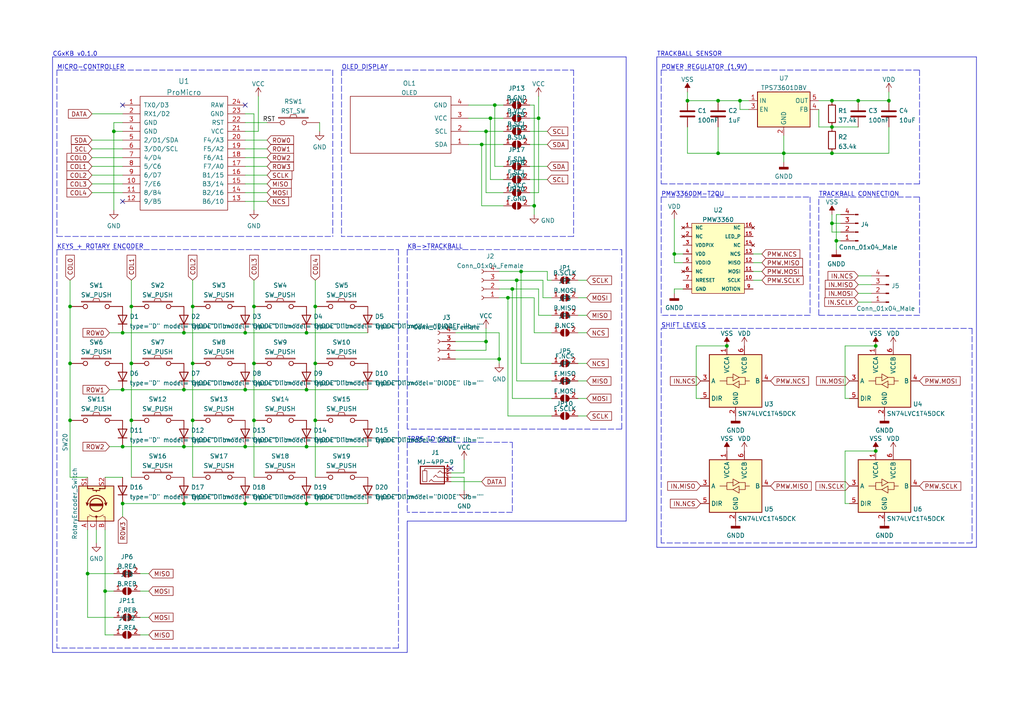
<source format=kicad_sch>
(kicad_sch (version 20210621) (generator eeschema)
  (paper "A4")
  (title_block (title "CGx Keyboard  - The Space Between You and Me") (date "2021-10-24") (rev "v0.1.0") (company "CGx") (comment 3 "The PCB of the keyboard can be used on both sides for either left or right hand.") (comment 4 "Test version with trackball and rotary encoder. "))
  (junction (at 20.32 88.9))
  (junction (at 20.32 105.41))
  (junction (at 20.32 121.92))
  (junction (at 25.4 166.37))
  (junction (at 30.48 171.45))
  (junction (at 33.02 38.1))
  (junction (at 35.56 96.52))
  (junction (at 35.56 113.03))
  (junction (at 35.56 129.54))
  (junction (at 35.56 146.05))
  (junction (at 38.1 88.9))
  (junction (at 38.1 105.41))
  (junction (at 38.1 121.92))
  (junction (at 53.34 96.52))
  (junction (at 53.34 113.03))
  (junction (at 53.34 129.54))
  (junction (at 53.34 146.05))
  (junction (at 55.88 88.9))
  (junction (at 55.88 105.41))
  (junction (at 55.88 121.92))
  (junction (at 71.12 96.52))
  (junction (at 71.12 113.03))
  (junction (at 71.12 129.54))
  (junction (at 71.12 146.05))
  (junction (at 73.66 88.9))
  (junction (at 73.66 105.41))
  (junction (at 73.66 121.92))
  (junction (at 88.9 96.52))
  (junction (at 88.9 113.03))
  (junction (at 88.9 129.54))
  (junction (at 88.9 146.05))
  (junction (at 91.44 88.9))
  (junction (at 91.44 105.41))
  (junction (at 91.44 121.92))
  (junction (at 139.7 41.91))
  (junction (at 140.97 38.1))
  (junction (at 140.97 99.06))
  (junction (at 142.24 34.29))
  (junction (at 143.51 30.48))
  (junction (at 144.78 104.14))
  (junction (at 147.32 86.36))
  (junction (at 148.59 83.82))
  (junction (at 149.86 81.28))
  (junction (at 151.13 78.74))
  (junction (at 154.94 59.69))
  (junction (at 156.21 34.29))
  (junction (at 195.58 73.66))
  (junction (at 199.39 29.21))
  (junction (at 208.28 29.21))
  (junction (at 208.28 44.45))
  (junction (at 210.82 100.33))
  (junction (at 214.63 29.21))
  (junction (at 227.33 44.45))
  (junction (at 241.3 29.21))
  (junction (at 241.3 36.83))
  (junction (at 241.3 44.45))
  (junction (at 241.3 64.77))
  (junction (at 242.57 69.85))
  (junction (at 248.92 29.21))
  (junction (at 254 100.33))
  (junction (at 254 130.81))
  (junction (at 257.81 29.21))
  (no_connect (at 35.56 30.48))
  (no_connect (at 35.56 58.42))
  (no_connect (at 71.12 30.48))
  (no_connect (at 130.81 135.89))
  (wire (pts (xy 20.32 81.28) (xy 20.32 88.9)))
  (wire (pts (xy 20.32 88.9) (xy 20.32 105.41)))
  (wire (pts (xy 20.32 105.41) (xy 20.32 121.92)))
  (wire (pts (xy 20.32 121.92) (xy 20.32 138.43)))
  (wire (pts (xy 20.32 138.43) (xy 25.4 138.43)))
  (wire (pts (xy 25.4 153.67) (xy 25.4 166.37)))
  (wire (pts (xy 25.4 166.37) (xy 33.02 166.37)))
  (wire (pts (xy 25.4 179.07) (xy 25.4 166.37)))
  (wire (pts (xy 26.67 33.02) (xy 35.56 33.02)))
  (wire (pts (xy 26.67 40.64) (xy 35.56 40.64)))
  (wire (pts (xy 26.67 43.18) (xy 35.56 43.18)))
  (wire (pts (xy 26.67 45.72) (xy 35.56 45.72)))
  (wire (pts (xy 26.67 48.26) (xy 35.56 48.26)))
  (wire (pts (xy 26.67 50.8) (xy 35.56 50.8)))
  (wire (pts (xy 26.67 53.34) (xy 35.56 53.34)))
  (wire (pts (xy 26.67 55.88) (xy 35.56 55.88)))
  (wire (pts (xy 27.94 153.67) (xy 27.94 157.48)))
  (wire (pts (xy 30.48 138.43) (xy 35.56 138.43)))
  (wire (pts (xy 30.48 153.67) (xy 30.48 171.45)))
  (wire (pts (xy 30.48 171.45) (xy 30.48 184.15)))
  (wire (pts (xy 30.48 171.45) (xy 33.02 171.45)))
  (wire (pts (xy 31.75 96.52) (xy 35.56 96.52)))
  (wire (pts (xy 31.75 113.03) (xy 35.56 113.03)))
  (wire (pts (xy 31.75 129.54) (xy 35.56 129.54)))
  (wire (pts (xy 33.02 35.56) (xy 33.02 38.1)))
  (wire (pts (xy 33.02 38.1) (xy 33.02 60.96)))
  (wire (pts (xy 33.02 38.1) (xy 35.56 38.1)))
  (wire (pts (xy 33.02 179.07) (xy 25.4 179.07)))
  (wire (pts (xy 33.02 184.15) (xy 30.48 184.15)))
  (wire (pts (xy 35.56 35.56) (xy 33.02 35.56)))
  (wire (pts (xy 35.56 96.52) (xy 53.34 96.52)))
  (wire (pts (xy 35.56 113.03) (xy 53.34 113.03)))
  (wire (pts (xy 35.56 129.54) (xy 53.34 129.54)))
  (wire (pts (xy 35.56 146.05) (xy 35.56 149.86)))
  (wire (pts (xy 35.56 146.05) (xy 53.34 146.05)))
  (wire (pts (xy 38.1 81.28) (xy 38.1 88.9)))
  (wire (pts (xy 38.1 88.9) (xy 38.1 105.41)))
  (wire (pts (xy 38.1 105.41) (xy 38.1 121.92)))
  (wire (pts (xy 38.1 121.92) (xy 38.1 138.43)))
  (wire (pts (xy 40.64 166.37) (xy 43.18 166.37)))
  (wire (pts (xy 40.64 171.45) (xy 43.18 171.45)))
  (wire (pts (xy 40.64 179.07) (xy 43.18 179.07)))
  (wire (pts (xy 40.64 184.15) (xy 43.18 184.15)))
  (wire (pts (xy 53.34 96.52) (xy 71.12 96.52)))
  (wire (pts (xy 53.34 113.03) (xy 71.12 113.03)))
  (wire (pts (xy 53.34 129.54) (xy 71.12 129.54)))
  (wire (pts (xy 53.34 146.05) (xy 71.12 146.05)))
  (wire (pts (xy 55.88 81.28) (xy 55.88 88.9)))
  (wire (pts (xy 55.88 88.9) (xy 55.88 105.41)))
  (wire (pts (xy 55.88 105.41) (xy 55.88 121.92)))
  (wire (pts (xy 55.88 121.92) (xy 55.88 138.43)))
  (wire (pts (xy 71.12 33.02) (xy 73.66 33.02)))
  (wire (pts (xy 71.12 35.56) (xy 77.47 35.56)))
  (wire (pts (xy 71.12 38.1) (xy 74.93 38.1)))
  (wire (pts (xy 71.12 40.64) (xy 77.47 40.64)))
  (wire (pts (xy 71.12 43.18) (xy 77.47 43.18)))
  (wire (pts (xy 71.12 45.72) (xy 77.47 45.72)))
  (wire (pts (xy 71.12 48.26) (xy 77.47 48.26)))
  (wire (pts (xy 71.12 50.8) (xy 77.47 50.8)))
  (wire (pts (xy 71.12 53.34) (xy 77.47 53.34)))
  (wire (pts (xy 71.12 55.88) (xy 77.47 55.88)))
  (wire (pts (xy 71.12 58.42) (xy 77.47 58.42)))
  (wire (pts (xy 71.12 96.52) (xy 88.9 96.52)))
  (wire (pts (xy 71.12 113.03) (xy 88.9 113.03)))
  (wire (pts (xy 71.12 129.54) (xy 88.9 129.54)))
  (wire (pts (xy 71.12 146.05) (xy 88.9 146.05)))
  (wire (pts (xy 73.66 33.02) (xy 73.66 60.96)))
  (wire (pts (xy 73.66 81.28) (xy 73.66 88.9)))
  (wire (pts (xy 73.66 88.9) (xy 73.66 105.41)))
  (wire (pts (xy 73.66 105.41) (xy 73.66 121.92)))
  (wire (pts (xy 73.66 121.92) (xy 73.66 138.43)))
  (wire (pts (xy 74.93 27.94) (xy 74.93 38.1)))
  (wire (pts (xy 88.9 96.52) (xy 106.68 96.52)))
  (wire (pts (xy 88.9 113.03) (xy 106.68 113.03)))
  (wire (pts (xy 88.9 129.54) (xy 106.68 129.54)))
  (wire (pts (xy 88.9 146.05) (xy 106.68 146.05)))
  (wire (pts (xy 91.44 81.28) (xy 91.44 88.9)))
  (wire (pts (xy 91.44 88.9) (xy 91.44 105.41)))
  (wire (pts (xy 91.44 105.41) (xy 91.44 121.92)))
  (wire (pts (xy 91.44 121.92) (xy 91.44 138.43)))
  (wire (pts (xy 92.71 35.56) (xy 92.71 38.1)))
  (wire (pts (xy 130.81 137.16) (xy 134.62 137.16)))
  (wire (pts (xy 130.81 138.43) (xy 134.62 138.43)))
  (wire (pts (xy 130.81 139.7) (xy 139.7 139.7)))
  (wire (pts (xy 132.08 96.52) (xy 144.78 96.52)))
  (wire (pts (xy 132.08 99.06) (xy 140.97 99.06)))
  (wire (pts (xy 132.08 101.6) (xy 140.97 101.6)))
  (wire (pts (xy 132.08 104.14) (xy 144.78 104.14)))
  (wire (pts (xy 134.62 137.16) (xy 134.62 133.35)))
  (wire (pts (xy 134.62 138.43) (xy 134.62 142.24)))
  (wire (pts (xy 135.89 30.48) (xy 143.51 30.48)))
  (wire (pts (xy 135.89 34.29) (xy 142.24 34.29)))
  (wire (pts (xy 135.89 38.1) (xy 140.97 38.1)))
  (wire (pts (xy 135.89 41.91) (xy 139.7 41.91)))
  (wire (pts (xy 139.7 41.91) (xy 146.05 41.91)))
  (wire (pts (xy 139.7 59.69) (xy 139.7 41.91)))
  (wire (pts (xy 140.97 38.1) (xy 146.05 38.1)))
  (wire (pts (xy 140.97 55.88) (xy 140.97 38.1)))
  (wire (pts (xy 140.97 99.06) (xy 140.97 95.25)))
  (wire (pts (xy 140.97 101.6) (xy 140.97 99.06)))
  (wire (pts (xy 142.24 34.29) (xy 146.05 34.29)))
  (wire (pts (xy 142.24 52.07) (xy 142.24 34.29)))
  (wire (pts (xy 143.51 30.48) (xy 146.05 30.48)))
  (wire (pts (xy 143.51 48.26) (xy 143.51 30.48)))
  (wire (pts (xy 144.78 78.74) (xy 151.13 78.74)))
  (wire (pts (xy 144.78 81.28) (xy 149.86 81.28)))
  (wire (pts (xy 144.78 83.82) (xy 148.59 83.82)))
  (wire (pts (xy 144.78 86.36) (xy 147.32 86.36)))
  (wire (pts (xy 144.78 96.52) (xy 144.78 104.14)))
  (wire (pts (xy 144.78 104.14) (xy 144.78 105.41)))
  (wire (pts (xy 146.05 48.26) (xy 143.51 48.26)))
  (wire (pts (xy 146.05 52.07) (xy 142.24 52.07)))
  (wire (pts (xy 146.05 55.88) (xy 140.97 55.88)))
  (wire (pts (xy 146.05 59.69) (xy 139.7 59.69)))
  (wire (pts (xy 147.32 86.36) (xy 154.94 86.36)))
  (wire (pts (xy 147.32 120.65) (xy 147.32 86.36)))
  (wire (pts (xy 148.59 83.82) (xy 156.21 83.82)))
  (wire (pts (xy 148.59 115.57) (xy 148.59 83.82)))
  (wire (pts (xy 149.86 81.28) (xy 157.48 81.28)))
  (wire (pts (xy 149.86 110.49) (xy 149.86 81.28)))
  (wire (pts (xy 151.13 78.74) (xy 158.75 78.74)))
  (wire (pts (xy 151.13 105.41) (xy 151.13 78.74)))
  (wire (pts (xy 153.67 30.48) (xy 154.94 30.48)))
  (wire (pts (xy 153.67 34.29) (xy 156.21 34.29)))
  (wire (pts (xy 153.67 38.1) (xy 158.75 38.1)))
  (wire (pts (xy 153.67 41.91) (xy 158.75 41.91)))
  (wire (pts (xy 153.67 48.26) (xy 158.75 48.26)))
  (wire (pts (xy 153.67 52.07) (xy 158.75 52.07)))
  (wire (pts (xy 153.67 55.88) (xy 156.21 55.88)))
  (wire (pts (xy 153.67 59.69) (xy 154.94 59.69)))
  (wire (pts (xy 154.94 30.48) (xy 154.94 59.69)))
  (wire (pts (xy 154.94 59.69) (xy 154.94 62.23)))
  (wire (pts (xy 154.94 86.36) (xy 154.94 96.52)))
  (wire (pts (xy 154.94 96.52) (xy 160.02 96.52)))
  (wire (pts (xy 156.21 34.29) (xy 156.21 27.94)))
  (wire (pts (xy 156.21 55.88) (xy 156.21 34.29)))
  (wire (pts (xy 156.21 83.82) (xy 156.21 91.44)))
  (wire (pts (xy 156.21 91.44) (xy 160.02 91.44)))
  (wire (pts (xy 157.48 81.28) (xy 157.48 86.36)))
  (wire (pts (xy 157.48 86.36) (xy 160.02 86.36)))
  (wire (pts (xy 158.75 78.74) (xy 158.75 81.28)))
  (wire (pts (xy 158.75 81.28) (xy 160.02 81.28)))
  (wire (pts (xy 160.02 105.41) (xy 151.13 105.41)))
  (wire (pts (xy 160.02 110.49) (xy 149.86 110.49)))
  (wire (pts (xy 160.02 115.57) (xy 148.59 115.57)))
  (wire (pts (xy 160.02 120.65) (xy 147.32 120.65)))
  (wire (pts (xy 167.64 81.28) (xy 170.18 81.28)))
  (wire (pts (xy 167.64 86.36) (xy 170.18 86.36)))
  (wire (pts (xy 167.64 91.44) (xy 170.18 91.44)))
  (wire (pts (xy 167.64 96.52) (xy 170.18 96.52)))
  (wire (pts (xy 167.64 105.41) (xy 170.18 105.41)))
  (wire (pts (xy 167.64 110.49) (xy 170.18 110.49)))
  (wire (pts (xy 167.64 115.57) (xy 170.18 115.57)))
  (wire (pts (xy 167.64 120.65) (xy 170.18 120.65)))
  (wire (pts (xy 195.58 63.5) (xy 195.58 73.66)))
  (wire (pts (xy 195.58 73.66) (xy 198.12 73.66)))
  (wire (pts (xy 195.58 76.2) (xy 195.58 73.66)))
  (wire (pts (xy 195.58 83.82) (xy 195.58 85.09)))
  (wire (pts (xy 198.12 76.2) (xy 195.58 76.2)))
  (wire (pts (xy 198.12 83.82) (xy 195.58 83.82)))
  (wire (pts (xy 199.39 26.67) (xy 199.39 29.21)))
  (wire (pts (xy 199.39 29.21) (xy 208.28 29.21)))
  (wire (pts (xy 199.39 36.83) (xy 199.39 44.45)))
  (wire (pts (xy 199.39 44.45) (xy 208.28 44.45)))
  (wire (pts (xy 201.93 100.33) (xy 210.82 100.33)))
  (wire (pts (xy 201.93 115.57) (xy 201.93 100.33)))
  (wire (pts (xy 203.2 115.57) (xy 201.93 115.57)))
  (wire (pts (xy 208.28 29.21) (xy 214.63 29.21)))
  (wire (pts (xy 208.28 36.83) (xy 208.28 44.45)))
  (wire (pts (xy 208.28 44.45) (xy 227.33 44.45)))
  (wire (pts (xy 214.63 29.21) (xy 217.17 29.21)))
  (wire (pts (xy 214.63 31.75) (xy 214.63 29.21)))
  (wire (pts (xy 217.17 31.75) (xy 214.63 31.75)))
  (wire (pts (xy 218.44 73.66) (xy 220.98 73.66)))
  (wire (pts (xy 218.44 76.2) (xy 220.98 76.2)))
  (wire (pts (xy 218.44 78.74) (xy 220.98 78.74)))
  (wire (pts (xy 218.44 81.28) (xy 220.98 81.28)))
  (wire (pts (xy 227.33 39.37) (xy 227.33 44.45)))
  (wire (pts (xy 227.33 44.45) (xy 227.33 46.99)))
  (wire (pts (xy 227.33 44.45) (xy 241.3 44.45)))
  (wire (pts (xy 237.49 29.21) (xy 241.3 29.21)))
  (wire (pts (xy 237.49 31.75) (xy 237.49 36.83)))
  (wire (pts (xy 237.49 36.83) (xy 241.3 36.83)))
  (wire (pts (xy 241.3 29.21) (xy 248.92 29.21)))
  (wire (pts (xy 241.3 36.83) (xy 248.92 36.83)))
  (wire (pts (xy 241.3 62.23) (xy 241.3 64.77)))
  (wire (pts (xy 241.3 64.77) (xy 241.3 67.31)))
  (wire (pts (xy 241.3 67.31) (xy 243.84 67.31)))
  (wire (pts (xy 242.57 62.23) (xy 242.57 69.85)))
  (wire (pts (xy 242.57 69.85) (xy 243.84 69.85)))
  (wire (pts (xy 242.57 72.39) (xy 242.57 69.85)))
  (wire (pts (xy 243.84 62.23) (xy 242.57 62.23)))
  (wire (pts (xy 243.84 64.77) (xy 241.3 64.77)))
  (wire (pts (xy 245.11 100.33) (xy 254 100.33)))
  (wire (pts (xy 245.11 115.57) (xy 245.11 100.33)))
  (wire (pts (xy 245.11 130.81) (xy 254 130.81)))
  (wire (pts (xy 245.11 146.05) (xy 245.11 130.81)))
  (wire (pts (xy 246.38 115.57) (xy 245.11 115.57)))
  (wire (pts (xy 246.38 146.05) (xy 245.11 146.05)))
  (wire (pts (xy 248.92 29.21) (xy 257.81 29.21)))
  (wire (pts (xy 248.92 80.01) (xy 252.73 80.01)))
  (wire (pts (xy 248.92 82.55) (xy 252.73 82.55)))
  (wire (pts (xy 248.92 85.09) (xy 252.73 85.09)))
  (wire (pts (xy 248.92 87.63) (xy 252.73 87.63)))
  (wire (pts (xy 257.81 29.21) (xy 257.81 26.67)))
  (wire (pts (xy 257.81 36.83) (xy 257.81 44.45)))
  (wire (pts (xy 257.81 44.45) (xy 241.3 44.45)))
  (polyline (pts (xy 15.24 16.51) (xy 15.24 189.23)) (stroke (width 0) (type solid)))
  (polyline (pts (xy 15.24 16.51) (xy 181.61 16.51)) (stroke (width 0) (type solid)))
  (polyline (pts (xy 16.51 20.32) (xy 16.51 68.58)))
  (polyline (pts (xy 16.51 20.32) (xy 96.52 20.32)))
  (polyline (pts (xy 16.51 68.58) (xy 96.52 68.58)))
  (polyline (pts (xy 16.51 72.39) (xy 16.51 187.96)))
  (polyline (pts (xy 16.51 72.39) (xy 115.57 72.39)))
  (polyline (pts (xy 96.52 20.32) (xy 96.52 68.58)))
  (polyline (pts (xy 99.06 20.32) (xy 99.06 68.58)))
  (polyline (pts (xy 99.06 20.32) (xy 166.37 20.32)))
  (polyline (pts (xy 115.57 72.39) (xy 115.57 187.96)))
  (polyline (pts (xy 115.57 187.96) (xy 16.51 187.96)))
  (polyline (pts (xy 118.11 72.39) (xy 118.11 124.46)))
  (polyline (pts (xy 118.11 72.39) (xy 180.34 72.39)))
  (polyline (pts (xy 118.11 128.27) (xy 118.11 148.59)))
  (polyline (pts (xy 118.11 128.27) (xy 148.59 128.27)))
  (polyline (pts (xy 118.11 151.13) (xy 118.11 189.23)) (stroke (width 0) (type solid)))
  (polyline (pts (xy 118.11 189.23) (xy 15.24 189.23)) (stroke (width 0) (type solid)))
  (polyline (pts (xy 148.59 128.27) (xy 148.59 148.59)))
  (polyline (pts (xy 148.59 148.59) (xy 118.11 148.59)))
  (polyline (pts (xy 166.37 20.32) (xy 166.37 68.58)))
  (polyline (pts (xy 166.37 68.58) (xy 99.06 68.58)))
  (polyline (pts (xy 180.34 72.39) (xy 180.34 124.46)))
  (polyline (pts (xy 180.34 124.46) (xy 118.11 124.46)))
  (polyline (pts (xy 181.61 16.51) (xy 181.61 151.13)) (stroke (width 0) (type solid)))
  (polyline (pts (xy 181.61 151.13) (xy 118.11 151.13)) (stroke (width 0) (type solid)))
  (polyline (pts (xy 190.5 16.51) (xy 190.5 158.75)) (stroke (width 0) (type solid)))
  (polyline (pts (xy 190.5 16.51) (xy 283.21 16.51)) (stroke (width 0) (type solid)))
  (polyline (pts (xy 190.5 158.75) (xy 283.21 158.75)) (stroke (width 0) (type solid)))
  (polyline (pts (xy 191.77 20.32) (xy 191.77 53.34)))
  (polyline (pts (xy 191.77 20.32) (xy 266.7 20.32)))
  (polyline (pts (xy 191.77 57.15) (xy 191.77 91.44)))
  (polyline (pts (xy 191.77 57.15) (xy 234.95 57.15)))
  (polyline (pts (xy 191.77 95.25) (xy 281.94 95.25)))
  (polyline (pts (xy 191.77 157.48) (xy 191.77 95.25)))
  (polyline (pts (xy 234.95 57.15) (xy 234.95 91.44)))
  (polyline (pts (xy 234.95 91.44) (xy 191.77 91.44)))
  (polyline (pts (xy 237.49 57.15) (xy 266.7 57.15)))
  (polyline (pts (xy 237.49 91.44) (xy 237.49 57.15)))
  (polyline (pts (xy 266.7 20.32) (xy 266.7 53.34)))
  (polyline (pts (xy 266.7 53.34) (xy 191.77 53.34)))
  (polyline (pts (xy 266.7 57.15) (xy 266.7 91.44)))
  (polyline (pts (xy 266.7 91.44) (xy 237.49 91.44)))
  (polyline (pts (xy 281.94 95.25) (xy 281.94 157.48)))
  (polyline (pts (xy 281.94 157.48) (xy 191.77 157.48)))
  (polyline (pts (xy 283.21 158.75) (xy 283.21 16.51)) (stroke (width 0) (type solid)))
  (text "CGxKB v0.1.0\n" (at 15.24 16.51 0) (effects (font (size 1.27 1.27)) (justify left bottom)))
  (text "MICRO-CONTROLLER" (at 16.51 20.32 0) (effects (font (size 1.27 1.27)) (justify left bottom)))
  (text "KEYS + ROTARY ENCODER" (at 16.51 72.39 0) (effects (font (size 1.27 1.27)) (justify left bottom)))
  (text "OLED DISPLAY" (at 99.06 20.32 0) (effects (font (size 1.27 1.27)) (justify left bottom)))
  (text "KB->TRACKBALL\n" (at 118.11 72.39 0) (effects (font (size 1.27 1.27)) (justify left bottom)))
  (text "TRRS TO SPLIT" (at 118.11 128.27 0) (effects (font (size 1.27 1.27)) (justify left bottom)))
  (text "TRACKBALL SENSOR" (at 190.5 16.51 0) (effects (font (size 1.27 1.27)) (justify left bottom)))
  (text "POWER REGULATOR (1.9V)" (at 191.77 20.32 0) (effects (font (size 1.27 1.27)) (justify left bottom)))
  (text "PMW3360DM-T2QU" (at 191.77 57.15 0) (effects (font (size 1.27 1.27)) (justify left bottom)))
  (text "SHIFT LEVELS\n" (at 191.77 95.25 0) (effects (font (size 1.27 1.27)) (justify left bottom)))
  (text "TRACKBALL CONNECTION\n" (at 237.49 57.15 0) (effects (font (size 1.27 1.27)) (justify left bottom)))
  (label "RST" (at 76.2 35.56 0))
  (global_label "COL0" (shape input) (at 20.32 81.28 90) (property "Intersheet References" "${INTERSHEET_REFS}" (effects hide)))
  (global_label "DATA" (shape input) (at 26.67 33.02 180) (property "Intersheet References" "${INTERSHEET_REFS}" (effects hide)))
  (global_label "SDA" (shape input) (at 26.67 40.64 180) (property "Intersheet References" "${INTERSHEET_REFS}" (effects hide)))
  (global_label "SCL" (shape input) (at 26.67 43.18 180) (property "Intersheet References" "${INTERSHEET_REFS}" (effects hide)))
  (global_label "COL0" (shape input) (at 26.67 45.72 180) (property "Intersheet References" "${INTERSHEET_REFS}" (effects hide)))
  (global_label "COL1" (shape input) (at 26.67 48.26 180) (property "Intersheet References" "${INTERSHEET_REFS}" (effects hide)))
  (global_label "COL2" (shape input) (at 26.67 50.8 180) (property "Intersheet References" "${INTERSHEET_REFS}" (effects hide)))
  (global_label "COL3" (shape input) (at 26.67 53.34 180) (property "Intersheet References" "${INTERSHEET_REFS}" (effects hide)))
  (global_label "COL4" (shape input) (at 26.67 55.88 180) (property "Intersheet References" "${INTERSHEET_REFS}" (effects hide)))
  (global_label "ROW0" (shape input) (at 31.75 96.52 180) (property "Intersheet References" "${INTERSHEET_REFS}" (effects hide)))
  (global_label "ROW1" (shape input) (at 31.75 113.03 180) (property "Intersheet References" "${INTERSHEET_REFS}" (effects hide)))
  (global_label "ROW2" (shape input) (at 31.75 129.54 180) (property "Intersheet References" "${INTERSHEET_REFS}" (effects hide)))
  (global_label "ROW3" (shape input) (at 35.56 149.86 270) (property "Intersheet References" "${INTERSHEET_REFS}" (effects hide)))
  (global_label "COL1" (shape input) (at 38.1 81.28 90) (property "Intersheet References" "${INTERSHEET_REFS}" (effects hide)))
  (global_label "MISO" (shape input) (at 43.18 166.37 0) (property "Intersheet References" "${INTERSHEET_REFS}" (effects hide)))
  (global_label "MOSI" (shape input) (at 43.18 171.45 0) (property "Intersheet References" "${INTERSHEET_REFS}" (effects hide)))
  (global_label "MOSI" (shape input) (at 43.18 179.07 0) (property "Intersheet References" "${INTERSHEET_REFS}" (effects hide)))
  (global_label "MISO" (shape input) (at 43.18 184.15 0) (property "Intersheet References" "${INTERSHEET_REFS}" (effects hide)))
  (global_label "COL2" (shape input) (at 55.88 81.28 90) (property "Intersheet References" "${INTERSHEET_REFS}" (effects hide)))
  (global_label "COL3" (shape input) (at 73.66 81.28 90) (property "Intersheet References" "${INTERSHEET_REFS}" (effects hide)))
  (global_label "ROW0" (shape input) (at 77.47 40.64 0) (property "Intersheet References" "${INTERSHEET_REFS}" (effects hide)))
  (global_label "ROW1" (shape input) (at 77.47 43.18 0) (property "Intersheet References" "${INTERSHEET_REFS}" (effects hide)))
  (global_label "ROW2" (shape input) (at 77.47 45.72 0) (property "Intersheet References" "${INTERSHEET_REFS}" (effects hide)))
  (global_label "ROW3" (shape input) (at 77.47 48.26 0) (property "Intersheet References" "${INTERSHEET_REFS}" (effects hide)))
  (global_label "SCLK" (shape input) (at 77.47 50.8 0) (property "Intersheet References" "${INTERSHEET_REFS}" (effects hide)))
  (global_label "MISO" (shape input) (at 77.47 53.34 0) (property "Intersheet References" "${INTERSHEET_REFS}" (effects hide)))
  (global_label "MOSI" (shape input) (at 77.47 55.88 0) (property "Intersheet References" "${INTERSHEET_REFS}" (effects hide)))
  (global_label "NCS" (shape input) (at 77.47 58.42 0) (property "Intersheet References" "${INTERSHEET_REFS}" (effects hide)))
  (global_label "COL4" (shape input) (at 91.44 81.28 90) (property "Intersheet References" "${INTERSHEET_REFS}" (effects hide)))
  (global_label "DATA" (shape input) (at 139.7 139.7 0) (property "Intersheet References" "${INTERSHEET_REFS}" (effects hide)))
  (global_label "SCL" (shape input) (at 158.75 38.1 0) (property "Intersheet References" "${INTERSHEET_REFS}" (effects hide)))
  (global_label "SDA" (shape input) (at 158.75 41.91 0) (property "Intersheet References" "${INTERSHEET_REFS}" (effects hide)))
  (global_label "SDA" (shape input) (at 158.75 48.26 0) (property "Intersheet References" "${INTERSHEET_REFS}" (effects hide)))
  (global_label "SCL" (shape input) (at 158.75 52.07 0) (property "Intersheet References" "${INTERSHEET_REFS}" (effects hide)))
  (global_label "SCLK" (shape input) (at 170.18 81.28 0) (property "Intersheet References" "${INTERSHEET_REFS}" (effects hide)))
  (global_label "MOSI" (shape input) (at 170.18 86.36 0) (property "Intersheet References" "${INTERSHEET_REFS}" (effects hide)))
  (global_label "MISO" (shape input) (at 170.18 91.44 0) (property "Intersheet References" "${INTERSHEET_REFS}" (effects hide)))
  (global_label "NCS" (shape input) (at 170.18 96.52 0) (property "Intersheet References" "${INTERSHEET_REFS}" (effects hide)))
  (global_label "NCS" (shape input) (at 170.18 105.41 0) (property "Intersheet References" "${INTERSHEET_REFS}" (effects hide)))
  (global_label "MISO" (shape input) (at 170.18 110.49 0) (property "Intersheet References" "${INTERSHEET_REFS}" (effects hide)))
  (global_label "MOSI" (shape input) (at 170.18 115.57 0) (property "Intersheet References" "${INTERSHEET_REFS}" (effects hide)))
  (global_label "SCLK" (shape input) (at 170.18 120.65 0) (property "Intersheet References" "${INTERSHEET_REFS}" (effects hide)))
  (global_label "IN.NCS" (shape input) (at 203.2 110.49 180) (property "Intersheet References" "${INTERSHEET_REFS}" (effects hide)))
  (global_label "IN.MISO" (shape input) (at 203.2 140.97 180) (property "Intersheet References" "${INTERSHEET_REFS}" (effects hide)))
  (global_label "IN.NCS" (shape input) (at 203.2 146.05 180) (property "Intersheet References" "${INTERSHEET_REFS}" (effects hide)))
  (global_label "PMW.NCS" (shape input) (at 220.98 73.66 0) (property "Intersheet References" "${INTERSHEET_REFS}" (effects hide)))
  (global_label "PMW.MISO" (shape input) (at 220.98 76.2 0) (property "Intersheet References" "${INTERSHEET_REFS}" (effects hide)))
  (global_label "PMW.MOSI" (shape input) (at 220.98 78.74 0) (property "Intersheet References" "${INTERSHEET_REFS}" (effects hide)))
  (global_label "PMW.SCLK" (shape input) (at 220.98 81.28 0) (property "Intersheet References" "${INTERSHEET_REFS}" (effects hide)))
  (global_label "PMW.NCS" (shape input) (at 223.52 110.49 0) (property "Intersheet References" "${INTERSHEET_REFS}" (effects hide)))
  (global_label "PMW.MISO" (shape input) (at 223.52 140.97 0) (property "Intersheet References" "${INTERSHEET_REFS}" (effects hide)))
  (global_label "IN.MOSI" (shape input) (at 246.38 110.49 180) (property "Intersheet References" "${INTERSHEET_REFS}" (effects hide)))
  (global_label "IN.SCLK" (shape input) (at 246.38 140.97 180) (property "Intersheet References" "${INTERSHEET_REFS}" (effects hide)))
  (global_label "IN.NCS" (shape input) (at 248.92 80.01 180) (property "Intersheet References" "${INTERSHEET_REFS}" (effects hide)))
  (global_label "IN.MISO" (shape input) (at 248.92 82.55 180) (property "Intersheet References" "${INTERSHEET_REFS}" (effects hide)))
  (global_label "IN.MOSI" (shape input) (at 248.92 85.09 180) (property "Intersheet References" "${INTERSHEET_REFS}" (effects hide)))
  (global_label "IN.SCLK" (shape input) (at 248.92 87.63 180) (property "Intersheet References" "${INTERSHEET_REFS}" (effects hide)))
  (global_label "PMW.MOSI" (shape input) (at 266.7 110.49 0) (property "Intersheet References" "${INTERSHEET_REFS}" (effects hide)))
  (global_label "PMW.SCLK" (shape input) (at 266.7 140.97 0) (property "Intersheet References" "${INTERSHEET_REFS}" (effects hide)))
  (symbol (lib_id "power:VCC") (at 74.93 27.94 0) (unit 1)
    (property "Reference" "#PWR01" (effects hide))
    (property "Value" "VCC" (at 74.93 24.3354 0))
  )
  (symbol (lib_id "power:VCC") (at 134.62 133.35 0) (unit 1)
    (property "Reference" "#PWR05" (effects hide))
    (property "Value" "VCC" (at 134.62 129.7454 0))
  )
  (symbol (lib_id "power:VCC") (at 140.97 95.25 0) (unit 1)
    (property "Reference" "#PWR08" (effects hide))
    (property "Value" "VCC" (at 140.97 91.6454 0))
  )
  (symbol (lib_id "power:VCC") (at 156.21 27.94 0) (unit 1)
    (property "Reference" "#PWR028" (effects hide))
    (property "Value" "VCC" (at 156.21 24.3354 0))
  )
  (symbol (lib_id "power:VDD") (at 195.58 63.5 0) (unit 1)
    (property "Reference" "#PWR07" (effects hide))
    (property "Value" "VDD" (at 195.58 59.8954 0))
  )
  (symbol (lib_id "power:VSS") (at 199.39 26.67 0) (unit 1)
    (property "Reference" "#PWR026" (effects hide))
    (property "Value" "VSS" (at 199.39 23.0654 0))
  )
  (symbol (lib_id "power:VSS") (at 210.82 100.33 0) (unit 1)
    (property "Reference" "#PWR09" (effects hide))
    (property "Value" "VSS" (at 210.82 96.7254 0))
  )
  (symbol (lib_id "power:VSS") (at 210.82 130.81 0) (unit 1)
    (property "Reference" "#PWR018" (effects hide))
    (property "Value" "VSS" (at 210.82 127.2054 0))
  )
  (symbol (lib_id "power:VDD") (at 215.9 100.33 0) (unit 1)
    (property "Reference" "#PWR010" (effects hide))
    (property "Value" "VDD" (at 215.9 96.7254 0))
  )
  (symbol (lib_id "power:VDD") (at 215.9 130.81 0) (unit 1)
    (property "Reference" "#PWR019" (effects hide))
    (property "Value" "VDD" (at 215.9 127.2054 0))
  )
  (symbol (lib_id "power:VSS") (at 241.3 62.23 0) (unit 1)
    (property "Reference" "#PWR022" (effects hide))
    (property "Value" "VSS" (at 241.3 58.6254 0))
  )
  (symbol (lib_id "power:VSS") (at 254 100.33 0) (unit 1)
    (property "Reference" "#PWR011" (effects hide))
    (property "Value" "VSS" (at 254 96.7254 0))
  )
  (symbol (lib_id "power:VSS") (at 254 130.81 0) (unit 1)
    (property "Reference" "#PWR020" (effects hide))
    (property "Value" "VSS" (at 254 127.2054 0))
  )
  (symbol (lib_id "power:VDD") (at 257.81 26.67 0) (unit 1)
    (property "Reference" "#PWR027" (effects hide))
    (property "Value" "VDD" (at 257.81 23.0654 0))
  )
  (symbol (lib_id "power:VDD") (at 259.08 100.33 0) (unit 1)
    (property "Reference" "#PWR012" (effects hide))
    (property "Value" "VDD" (at 259.08 96.7254 0))
  )
  (symbol (lib_id "power:VDD") (at 259.08 130.81 0) (unit 1)
    (property "Reference" "#PWR021" (effects hide))
    (property "Value" "VDD" (at 259.08 127.2054 0))
  )
  (symbol (lib_id "power:GNDD") (at 195.58 85.09 0) (unit 1)
    (property "Reference" "#PWR013" (effects hide))
    (property "Value" "GNDD" (at 195.58 89.2716 0))
  )
  (symbol (lib_id "power:GNDD") (at 213.36 120.65 0) (unit 1)
    (property "Reference" "#PWR016" (effects hide))
    (property "Value" "GNDD" (at 213.36 124.8316 0))
  )
  (symbol (lib_id "power:GNDD") (at 213.36 151.13 0) (unit 1)
    (property "Reference" "#PWR024" (effects hide))
    (property "Value" "GNDD" (at 213.36 155.3116 0))
  )
  (symbol (lib_id "power:GNDD") (at 227.33 46.99 0) (unit 1)
    (property "Reference" "#PWR029" (effects hide))
    (property "Value" "GNDD" (at 227.33 51.1716 0))
  )
  (symbol (lib_id "power:GNDD") (at 242.57 72.39 0) (unit 1)
    (property "Reference" "#PWR023" (effects hide))
    (property "Value" "GNDD" (at 242.57 76.5716 0))
  )
  (symbol (lib_id "power:GNDD") (at 256.54 120.65 0) (unit 1)
    (property "Reference" "#PWR017" (effects hide))
    (property "Value" "GNDD" (at 256.54 124.8316 0))
  )
  (symbol (lib_id "power:GNDD") (at 256.54 151.13 0) (unit 1)
    (property "Reference" "#PWR025" (effects hide))
    (property "Value" "GNDD" (at 256.54 155.3116 0))
  )
  (symbol (lib_id "power:GND") (at 27.94 157.48 0) (unit 1)
    (property "Reference" "#PWR014" (effects hide))
    (property "Value" "GND" (at 27.94 162.0426 0))
  )
  (symbol (lib_id "power:GND") (at 33.02 60.96 0) (unit 1)
    (property "Reference" "#PWR03" (effects hide))
    (property "Value" "GND" (at 33.02 65.5226 0))
  )
  (symbol (lib_id "power:GND") (at 73.66 60.96 0) (unit 1)
    (property "Reference" "#PWR04" (effects hide))
    (property "Value" "GND" (at 73.66 65.5226 0))
  )
  (symbol (lib_id "power:GND") (at 92.71 38.1 0) (unit 1)
    (property "Reference" "#PWR02" (effects hide))
    (property "Value" "GND" (at 92.71 42.6626 0))
  )
  (symbol (lib_id "power:GND") (at 134.62 142.24 0) (unit 1)
    (property "Reference" "#PWR06" (effects hide))
    (property "Value" "GND" (at 134.62 146.8026 0))
  )
  (symbol (lib_id "power:GND") (at 144.78 105.41 0) (unit 1)
    (property "Reference" "#PWR015" (effects hide))
    (property "Value" "GND" (at 144.78 109.9726 0))
  )
  (symbol (lib_id "power:GND") (at 154.94 62.23 0) (unit 1)
    (property "Reference" "#PWR030" (effects hide))
    (property "Value" "GND" (at 156.8451 63.979 0) (effects (justify left)))
  )
  (symbol (lib_id "Jumper:SolderJumper_2_Open") (at 36.83 166.37 0) (unit 1)
    (property "Reference" "JP6" (at 36.83 161.5144 0))
    (property "Value" "B.REA" (at 36.83 164.2895 0))
    (property "Footprint" "Jumper:SolderJumper-2_P1.3mm_Open_RoundedPad1.0x1.5mm" (effects hide))
  )
  (symbol (lib_id "Jumper:SolderJumper_2_Open") (at 36.83 171.45 0) (unit 1)
    (property "Reference" "JP8" (at 36.83 166.5944 0))
    (property "Value" "B.REB" (at 36.83 169.3695 0))
    (property "Footprint" "Jumper:SolderJumper-2_P1.3mm_Open_RoundedPad1.0x1.5mm" (effects hide))
  )
  (symbol (lib_id "Jumper:SolderJumper_2_Open") (at 36.83 179.07 0) (unit 1)
    (property "Reference" "JP11" (at 36.83 174.2144 0))
    (property "Value" "F.REB" (at 36.83 176.9895 0))
    (property "Footprint" "Jumper:SolderJumper-2_P1.3mm_Open_RoundedPad1.0x1.5mm" (effects hide))
  )
  (symbol (lib_id "Jumper:SolderJumper_2_Open") (at 36.83 184.15 0) (unit 1)
    (property "Reference" "JP12" (at 36.83 179.2944 0))
    (property "Value" "F.REA" (at 36.83 182.0695 0))
    (property "Footprint" "Jumper:SolderJumper-2_P1.3mm_Open_RoundedPad1.0x1.5mm" (effects hide))
  )
  (symbol (lib_id "Jumper:SolderJumper_2_Open") (at 149.86 30.48 0) (unit 1)
    (property "Reference" "JP13" (at 149.86 25.6244 0))
    (property "Value" "B.GND" (at 149.86 28.3995 0))
    (property "Footprint" "Jumper:SolderJumper-2_P1.3mm_Open_RoundedPad1.0x1.5mm" (effects hide))
  )
  (symbol (lib_id "Jumper:SolderJumper_2_Open") (at 149.86 34.29 0) (unit 1)
    (property "Reference" "JP14" (at 149.86 29.4344 0))
    (property "Value" "B.VCC" (at 149.86 32.2095 0))
    (property "Footprint" "Jumper:SolderJumper-2_P1.3mm_Open_RoundedPad1.0x1.5mm" (effects hide))
  )
  (symbol (lib_id "Jumper:SolderJumper_2_Open") (at 149.86 38.1 0) (unit 1)
    (property "Reference" "JP15" (at 149.86 33.2444 0))
    (property "Value" "B.SCL" (at 149.86 36.0195 0))
    (property "Footprint" "Jumper:SolderJumper-2_P1.3mm_Open_RoundedPad1.0x1.5mm" (effects hide))
  )
  (symbol (lib_id "Jumper:SolderJumper_2_Open") (at 149.86 41.91 0) (unit 1)
    (property "Reference" "JP16" (at 149.86 37.0544 0))
    (property "Value" "B.SDA" (at 149.86 39.8295 0))
    (property "Footprint" "Jumper:SolderJumper-2_P1.3mm_Open_RoundedPad1.0x1.5mm" (effects hide))
  )
  (symbol (lib_id "Jumper:SolderJumper_2_Open") (at 149.86 48.26 0) (unit 1)
    (property "Reference" "JP17" (at 149.86 43.4044 0))
    (property "Value" "F.SDA" (at 149.86 46.1795 0))
    (property "Footprint" "Jumper:SolderJumper-2_P1.3mm_Open_RoundedPad1.0x1.5mm" (effects hide))
  )
  (symbol (lib_id "Jumper:SolderJumper_2_Open") (at 149.86 52.07 0) (unit 1)
    (property "Reference" "JP18" (at 149.86 47.2144 0))
    (property "Value" "F.SCL" (at 149.86 49.9895 0))
    (property "Footprint" "Jumper:SolderJumper-2_P1.3mm_Open_RoundedPad1.0x1.5mm" (effects hide))
  )
  (symbol (lib_id "Jumper:SolderJumper_2_Open") (at 149.86 55.88 0) (unit 1)
    (property "Reference" "JP19" (at 149.86 51.0244 0))
    (property "Value" "F.VCC" (at 149.86 53.7995 0))
    (property "Footprint" "Jumper:SolderJumper-2_P1.3mm_Open_RoundedPad1.0x1.5mm" (effects hide))
  )
  (symbol (lib_id "Jumper:SolderJumper_2_Open") (at 149.86 59.69 0) (unit 1)
    (property "Reference" "JP20" (at 149.86 54.8344 0))
    (property "Value" "F.GND" (at 149.86 57.6095 0))
    (property "Footprint" "Jumper:SolderJumper-2_P1.3mm_Open_RoundedPad1.0x1.5mm" (effects hide))
  )
  (symbol (lib_id "Jumper:SolderJumper_2_Open") (at 163.83 81.28 0) (unit 1)
    (property "Reference" "JP1" (at 163.83 77.6944 0))
    (property "Value" "B.SCLK" (at 163.83 79.1995 0))
    (property "Footprint" "Jumper:SolderJumper-2_P1.3mm_Open_RoundedPad1.0x1.5mm" (effects hide))
  )
  (symbol (lib_id "Jumper:SolderJumper_2_Open") (at 163.83 86.36 0) (unit 1)
    (property "Reference" "JP2" (at 163.83 81.5044 0))
    (property "Value" "B.MOSI" (at 163.83 84.2795 0))
    (property "Footprint" "Jumper:SolderJumper-2_P1.3mm_Open_RoundedPad1.0x1.5mm" (effects hide))
  )
  (symbol (lib_id "Jumper:SolderJumper_2_Open") (at 163.83 91.44 0) (unit 1)
    (property "Reference" "JP3" (at 163.83 86.5844 0))
    (property "Value" "B.MISO" (at 163.83 89.3595 0))
    (property "Footprint" "Jumper:SolderJumper-2_P1.3mm_Open_RoundedPad1.0x1.5mm" (effects hide))
  )
  (symbol (lib_id "Jumper:SolderJumper_2_Open") (at 163.83 96.52 0) (unit 1)
    (property "Reference" "JP4" (at 163.83 91.6644 0))
    (property "Value" "B.NCS" (at 163.83 94.4395 0))
    (property "Footprint" "Jumper:SolderJumper-2_P1.3mm_Open_RoundedPad1.0x1.5mm" (effects hide))
  )
  (symbol (lib_id "Jumper:SolderJumper_2_Open") (at 163.83 105.41 0) (unit 1)
    (property "Reference" "JP5" (at 163.83 101.8244 0))
    (property "Value" "F.NCS" (at 163.83 103.3295 0))
    (property "Footprint" "Jumper:SolderJumper-2_P1.3mm_Open_RoundedPad1.0x1.5mm" (effects hide))
  )
  (symbol (lib_id "Jumper:SolderJumper_2_Open") (at 163.83 110.49 0) (unit 1)
    (property "Reference" "JP7" (at 163.83 105.6344 0))
    (property "Value" "F.MISO" (at 163.83 108.4095 0))
    (property "Footprint" "Jumper:SolderJumper-2_P1.3mm_Open_RoundedPad1.0x1.5mm" (effects hide))
  )
  (symbol (lib_id "Jumper:SolderJumper_2_Open") (at 163.83 115.57 0) (unit 1)
    (property "Reference" "JP9" (at 163.83 110.7144 0))
    (property "Value" "F.MOSI" (at 163.83 113.4895 0))
    (property "Footprint" "Jumper:SolderJumper-2_P1.3mm_Open_RoundedPad1.0x1.5mm" (effects hide))
  )
  (symbol (lib_id "Jumper:SolderJumper_2_Open") (at 163.83 120.65 0) (unit 1)
    (property "Reference" "JP10" (at 163.83 117.0644 0))
    (property "Value" "F.SCLK" (at 163.83 118.5695 0))
    (property "Footprint" "Jumper:SolderJumper-2_P1.3mm_Open_RoundedPad1.0x1.5mm" (effects hide))
  )
  (symbol (lib_id "Device:R") (at 241.3 33.02 0) (unit 1)
    (property "Reference" "R1" (at 243.0781 32.1115 0) (effects (justify left)))
    (property "Value" "37.4k" (at 243.0781 34.8866 0) (effects (justify left)))
    (property "Footprint" "Resistor_SMD:R_0402_1005Metric_Pad0.72x0.64mm_HandSolder" (effects hide))
    (property "LCSC" "C25888" (effects hide))
  )
  (symbol (lib_id "Device:R") (at 241.3 40.64 0) (unit 1)
    (property "Reference" "R2" (at 243.0781 39.7315 0) (effects (justify left)))
    (property "Value" "63.4k" (at 243.0781 42.5066 0) (effects (justify left)))
    (property "Footprint" "Resistor_SMD:R_0402_1005Metric_Pad0.72x0.64mm_HandSolder" (effects hide))
    (property "LCSC" "C38606" (effects hide))
  )
  (symbol (lib_id "Simulation_SPICE:DIODE") (at 35.56 92.71 270) (unit 1)
    (property "Reference" "D1" (at 37.5921 91.8015 90) (effects (justify left)))
    (property "Value" "DIODE" (at 37.5921 94.5766 90) (effects (justify left)))
    (property "Footprint" "kbd:D3_TH_SMD" (effects hide))
    (property "Spice_Netlist_Enabled" "Y" (effects hide))
    (property "Spice_Primitive" "D" (effects hide))
  )
  (symbol (lib_id "Simulation_SPICE:DIODE") (at 35.56 109.22 270) (unit 1)
    (property "Reference" "D6" (at 37.5921 108.3115 90) (effects (justify left)))
    (property "Value" "DIODE" (at 37.5921 111.0866 90) (effects (justify left)))
    (property "Footprint" "kbd:D3_TH_SMD" (effects hide))
    (property "Spice_Netlist_Enabled" "Y" (effects hide))
    (property "Spice_Primitive" "D" (effects hide))
  )
  (symbol (lib_id "Simulation_SPICE:DIODE") (at 35.56 125.73 270) (unit 1)
    (property "Reference" "D11" (at 37.5921 124.8215 90) (effects (justify left)))
    (property "Value" "DIODE" (at 37.5921 127.5966 90) (effects (justify left)))
    (property "Footprint" "kbd:D3_TH_SMD" (effects hide))
    (property "Spice_Netlist_Enabled" "Y" (effects hide))
    (property "Spice_Primitive" "D" (effects hide))
  )
  (symbol (lib_id "Simulation_SPICE:DIODE") (at 35.56 142.24 270) (unit 1)
    (property "Reference" "D16" (at 37.5921 141.3315 90) (effects (justify left)))
    (property "Value" "DIODE" (at 37.5921 144.1066 90) (effects (justify left)))
    (property "Footprint" "kbd:D3_TH_SMD" (effects hide))
    (property "Spice_Netlist_Enabled" "Y" (effects hide))
    (property "Spice_Primitive" "D" (effects hide))
  )
  (symbol (lib_id "Simulation_SPICE:DIODE") (at 53.34 92.71 270) (unit 1)
    (property "Reference" "D2" (at 55.3721 91.8015 90) (effects (justify left)))
    (property "Value" "DIODE" (at 55.3721 94.5766 90) (effects (justify left)))
    (property "Footprint" "kbd:D3_TH_SMD" (effects hide))
    (property "Spice_Netlist_Enabled" "Y" (effects hide))
    (property "Spice_Primitive" "D" (effects hide))
  )
  (symbol (lib_id "Simulation_SPICE:DIODE") (at 53.34 109.22 270) (unit 1)
    (property "Reference" "D7" (at 55.3721 108.3115 90) (effects (justify left)))
    (property "Value" "DIODE" (at 55.3721 111.0866 90) (effects (justify left)))
    (property "Footprint" "kbd:D3_TH_SMD" (effects hide))
    (property "Spice_Netlist_Enabled" "Y" (effects hide))
    (property "Spice_Primitive" "D" (effects hide))
  )
  (symbol (lib_id "Simulation_SPICE:DIODE") (at 53.34 125.73 270) (unit 1)
    (property "Reference" "D12" (at 55.3721 124.8215 90) (effects (justify left)))
    (property "Value" "DIODE" (at 55.3721 127.5966 90) (effects (justify left)))
    (property "Footprint" "kbd:D3_TH_SMD" (effects hide))
    (property "Spice_Netlist_Enabled" "Y" (effects hide))
    (property "Spice_Primitive" "D" (effects hide))
  )
  (symbol (lib_id "Simulation_SPICE:DIODE") (at 53.34 142.24 270) (unit 1)
    (property "Reference" "D17" (at 55.3721 141.3315 90) (effects (justify left)))
    (property "Value" "DIODE" (at 55.3721 144.1066 90) (effects (justify left)))
    (property "Footprint" "kbd:D3_TH_SMD" (effects hide))
    (property "Spice_Netlist_Enabled" "Y" (effects hide))
    (property "Spice_Primitive" "D" (effects hide))
  )
  (symbol (lib_id "Simulation_SPICE:DIODE") (at 71.12 92.71 270) (unit 1)
    (property "Reference" "D3" (at 73.1521 91.8015 90) (effects (justify left)))
    (property "Value" "DIODE" (at 73.1521 94.5766 90) (effects (justify left)))
    (property "Footprint" "kbd:D3_TH_SMD" (effects hide))
    (property "Spice_Netlist_Enabled" "Y" (effects hide))
    (property "Spice_Primitive" "D" (effects hide))
  )
  (symbol (lib_id "Simulation_SPICE:DIODE") (at 71.12 109.22 270) (unit 1)
    (property "Reference" "D8" (at 73.1521 108.3115 90) (effects (justify left)))
    (property "Value" "DIODE" (at 73.1521 111.0866 90) (effects (justify left)))
    (property "Footprint" "kbd:D3_TH_SMD" (effects hide))
    (property "Spice_Netlist_Enabled" "Y" (effects hide))
    (property "Spice_Primitive" "D" (effects hide))
  )
  (symbol (lib_id "Simulation_SPICE:DIODE") (at 71.12 125.73 270) (unit 1)
    (property "Reference" "D13" (at 73.1521 124.8215 90) (effects (justify left)))
    (property "Value" "DIODE" (at 73.1521 127.5966 90) (effects (justify left)))
    (property "Footprint" "kbd:D3_TH_SMD" (effects hide))
    (property "Spice_Netlist_Enabled" "Y" (effects hide))
    (property "Spice_Primitive" "D" (effects hide))
  )
  (symbol (lib_id "Simulation_SPICE:DIODE") (at 71.12 142.24 270) (unit 1)
    (property "Reference" "D18" (at 73.1521 141.3315 90) (effects (justify left)))
    (property "Value" "DIODE" (at 73.1521 144.1066 90) (effects (justify left)))
    (property "Footprint" "kbd:D3_TH_SMD" (effects hide))
    (property "Spice_Netlist_Enabled" "Y" (effects hide))
    (property "Spice_Primitive" "D" (effects hide))
  )
  (symbol (lib_id "Simulation_SPICE:DIODE") (at 88.9 92.71 270) (unit 1)
    (property "Reference" "D4" (at 90.9321 91.8015 90) (effects (justify left)))
    (property "Value" "DIODE" (at 90.9321 94.5766 90) (effects (justify left)))
    (property "Footprint" "kbd:D3_TH_SMD" (effects hide))
    (property "Spice_Netlist_Enabled" "Y" (effects hide))
    (property "Spice_Primitive" "D" (effects hide))
  )
  (symbol (lib_id "Simulation_SPICE:DIODE") (at 88.9 109.22 270) (unit 1)
    (property "Reference" "D9" (at 90.9321 108.3115 90) (effects (justify left)))
    (property "Value" "DIODE" (at 90.9321 111.0866 90) (effects (justify left)))
    (property "Footprint" "kbd:D3_TH_SMD" (effects hide))
    (property "Spice_Netlist_Enabled" "Y" (effects hide))
    (property "Spice_Primitive" "D" (effects hide))
  )
  (symbol (lib_id "Simulation_SPICE:DIODE") (at 88.9 125.73 270) (unit 1)
    (property "Reference" "D14" (at 90.9321 124.8215 90) (effects (justify left)))
    (property "Value" "DIODE" (at 90.9321 127.5966 90) (effects (justify left)))
    (property "Footprint" "kbd:D3_TH_SMD" (effects hide))
    (property "Spice_Netlist_Enabled" "Y" (effects hide))
    (property "Spice_Primitive" "D" (effects hide))
  )
  (symbol (lib_id "Simulation_SPICE:DIODE") (at 88.9 142.24 270) (unit 1)
    (property "Reference" "D19" (at 90.9321 141.3315 90) (effects (justify left)))
    (property "Value" "DIODE" (at 90.9321 144.1066 90) (effects (justify left)))
    (property "Footprint" "kbd:D3_TH_SMD" (effects hide))
    (property "Spice_Netlist_Enabled" "Y" (effects hide))
    (property "Spice_Primitive" "D" (effects hide))
  )
  (symbol (lib_id "Simulation_SPICE:DIODE") (at 106.68 92.71 270) (unit 1)
    (property "Reference" "D5" (at 108.7121 91.8015 90) (effects (justify left)))
    (property "Value" "DIODE" (at 108.7121 94.5766 90) (effects (justify left)))
    (property "Footprint" "kbd:D3_TH_SMD" (effects hide))
    (property "Spice_Netlist_Enabled" "Y" (effects hide))
    (property "Spice_Primitive" "D" (effects hide))
  )
  (symbol (lib_id "Simulation_SPICE:DIODE") (at 106.68 109.22 270) (unit 1)
    (property "Reference" "D10" (at 108.7121 108.3115 90) (effects (justify left)))
    (property "Value" "DIODE" (at 108.7121 111.0866 90) (effects (justify left)))
    (property "Footprint" "kbd:D3_TH_SMD" (effects hide))
    (property "Spice_Netlist_Enabled" "Y" (effects hide))
    (property "Spice_Primitive" "D" (effects hide))
  )
  (symbol (lib_id "Simulation_SPICE:DIODE") (at 106.68 125.73 270) (unit 1)
    (property "Reference" "D15" (at 108.7121 124.8215 90) (effects (justify left)))
    (property "Value" "DIODE" (at 108.7121 127.5966 90) (effects (justify left)))
    (property "Footprint" "kbd:D3_TH_SMD" (effects hide))
    (property "Spice_Netlist_Enabled" "Y" (effects hide))
    (property "Spice_Primitive" "D" (effects hide))
  )
  (symbol (lib_id "Simulation_SPICE:DIODE") (at 106.68 142.24 270) (unit 1)
    (property "Reference" "D20" (at 108.7121 141.3315 90) (effects (justify left)))
    (property "Value" "DIODE" (at 108.7121 144.1066 90) (effects (justify left)))
    (property "Footprint" "kbd:D3_TH_SMD" (effects hide))
    (property "Spice_Netlist_Enabled" "Y" (effects hide))
    (property "Spice_Primitive" "D" (effects hide))
  )
  (symbol (lib_id "Device:C") (at 199.39 33.02 0) (unit 1)
    (property "Reference" "C1" (at 202.3111 32.1115 0) (effects (justify left)))
    (property "Value" "100nF" (at 202.3111 34.8866 0) (effects (justify left)))
    (property "Footprint" "Capacitor_SMD:C_0402_1005Metric_Pad0.74x0.62mm_HandSolder" (effects hide))
    (property "LCSC" "C1525" (effects hide))
  )
  (symbol (lib_id "Device:C") (at 208.28 33.02 0) (unit 1)
    (property "Reference" "C2" (at 211.2011 32.1115 0) (effects (justify left)))
    (property "Value" "1uF" (at 211.2011 34.8866 0) (effects (justify left)))
    (property "Footprint" "Capacitor_SMD:C_0402_1005Metric_Pad0.74x0.62mm_HandSolder" (effects hide))
    (property "LCSC" "C52923" (effects hide))
  )
  (symbol (lib_id "Device:C") (at 248.92 33.02 0) (unit 1)
    (property "Reference" "C3" (at 251.8411 32.1115 0) (effects (justify left)))
    (property "Value" "100nF" (at 251.8411 34.8866 0) (effects (justify left)))
    (property "Footprint" "Capacitor_SMD:C_0402_1005Metric_Pad0.74x0.62mm_HandSolder" (effects hide))
    (property "LCSC" "C1525" (effects hide))
  )
  (symbol (lib_id "Device:C") (at 257.81 33.02 0) (unit 1)
    (property "Reference" "C4" (at 260.7311 32.1115 0) (effects (justify left)))
    (property "Value" "10uF" (at 260.7311 34.8866 0) (effects (justify left)))
    (property "Footprint" "Capacitor_SMD:C_0402_1005Metric_Pad0.74x0.62mm_HandSolder" (effects hide))
    (property "LCSC" "C15525" (effects hide))
  )
  (symbol (lib_id "Connector:Conn_01x04_Male") (at 248.92 67.31 180) (unit 1)
    (property "Reference" "J4" (at 249.6313 65.1315 0) (effects (justify right)))
    (property "Value" "Conn_01x04_Male" (at 243.2813 71.7166 0) (effects (justify right)))
    (property "Footprint" "kbd:OLED" (effects hide))
  )
  (symbol (lib_id "Connector:Conn_01x04_Male") (at 257.81 85.09 180) (unit 1)
    (property "Reference" "J5" (at 258.5213 82.9115 0) (effects (justify right)))
    (property "Value" "Conn_01x04_Male" (at 248.3613 89.4966 0) (effects (justify right)))
    (property "Footprint" "kbd:OLED" (effects hide))
  )
  (symbol (lib_id "kbd:SW_PUSH") (at 27.94 88.9 0) (unit 1)
    (property "Reference" "SW1" (at 27.94 82.7744 0))
    (property "Value" "SW_PUSH" (at 27.94 85.5495 0))
    (property "Footprint" "kbd:CherryMX_MidHeight_Choc_Hotswap" (effects hide))
  )
  (symbol (lib_id "kbd:SW_PUSH") (at 27.94 105.41 0) (unit 1)
    (property "Reference" "SW6" (at 27.94 99.2844 0))
    (property "Value" "SW_PUSH" (at 27.94 102.0595 0))
    (property "Footprint" "kbd:CherryMX_MidHeight_Choc_Hotswap" (effects hide))
  )
  (symbol (lib_id "kbd:SW_PUSH") (at 27.94 121.92 0) (unit 1)
    (property "Reference" "SW11" (at 27.94 115.7944 0))
    (property "Value" "SW_PUSH" (at 27.94 118.5695 0))
    (property "Footprint" "kbd:CherryMX_MidHeight_Choc_Hotswap" (effects hide))
  )
  (symbol (lib_id "kbd:SW_PUSH") (at 45.72 88.9 0) (unit 1)
    (property "Reference" "SW2" (at 45.72 82.7744 0))
    (property "Value" "SW_PUSH" (at 45.72 85.5495 0))
    (property "Footprint" "kbd:CherryMX_MidHeight_Choc_Hotswap" (effects hide))
  )
  (symbol (lib_id "kbd:SW_PUSH") (at 45.72 105.41 0) (unit 1)
    (property "Reference" "SW7" (at 45.72 99.2844 0))
    (property "Value" "SW_PUSH" (at 45.72 102.0595 0))
    (property "Footprint" "kbd:CherryMX_MidHeight_Choc_Hotswap" (effects hide))
  )
  (symbol (lib_id "kbd:SW_PUSH") (at 45.72 121.92 0) (unit 1)
    (property "Reference" "SW12" (at 45.72 115.7944 0))
    (property "Value" "SW_PUSH" (at 45.72 118.5695 0))
    (property "Footprint" "kbd:CherryMX_MidHeight_Choc_Hotswap" (effects hide))
  )
  (symbol (lib_id "kbd:SW_PUSH") (at 45.72 138.43 0) (unit 1)
    (property "Reference" "SW16" (at 45.72 132.3044 0))
    (property "Value" "SW_PUSH" (at 45.72 135.0795 0))
    (property "Footprint" "kbd:CherryMX_MidHeight_Choc_Hotswap" (effects hide))
  )
  (symbol (lib_id "kbd:SW_PUSH") (at 63.5 88.9 0) (unit 1)
    (property "Reference" "SW3" (at 63.5 82.7744 0))
    (property "Value" "SW_PUSH" (at 63.5 85.5495 0))
    (property "Footprint" "kbd:CherryMX_MidHeight_Choc_Hotswap" (effects hide))
  )
  (symbol (lib_id "kbd:SW_PUSH") (at 63.5 105.41 0) (unit 1)
    (property "Reference" "SW8" (at 63.5 99.2844 0))
    (property "Value" "SW_PUSH" (at 63.5 102.0595 0))
    (property "Footprint" "kbd:CherryMX_MidHeight_Choc_Hotswap" (effects hide))
  )
  (symbol (lib_id "kbd:SW_PUSH") (at 63.5 121.92 0) (unit 1)
    (property "Reference" "SW13" (at 63.5 115.7944 0))
    (property "Value" "SW_PUSH" (at 63.5 118.5695 0))
    (property "Footprint" "kbd:CherryMX_MidHeight_Choc_Hotswap" (effects hide))
  )
  (symbol (lib_id "kbd:SW_PUSH") (at 63.5 138.43 0) (unit 1)
    (property "Reference" "SW17" (at 63.5 132.3044 0))
    (property "Value" "SW_PUSH" (at 63.5 135.0795 0))
    (property "Footprint" "kbd:CherryMX_MidHeight_Choc_Hotswap" (effects hide))
  )
  (symbol (lib_id "kbd:SW_PUSH") (at 81.28 88.9 0) (unit 1)
    (property "Reference" "SW4" (at 81.28 82.7744 0))
    (property "Value" "SW_PUSH" (at 81.28 85.5495 0))
    (property "Footprint" "kbd:CherryMX_MidHeight_Choc_Hotswap" (effects hide))
  )
  (symbol (lib_id "kbd:SW_PUSH") (at 81.28 105.41 0) (unit 1)
    (property "Reference" "SW9" (at 81.28 99.2844 0))
    (property "Value" "SW_PUSH" (at 81.28 102.0595 0))
    (property "Footprint" "kbd:CherryMX_MidHeight_Choc_Hotswap" (effects hide))
  )
  (symbol (lib_id "kbd:SW_PUSH") (at 81.28 121.92 0) (unit 1)
    (property "Reference" "SW14" (at 81.28 115.7944 0))
    (property "Value" "SW_PUSH" (at 81.28 118.5695 0))
    (property "Footprint" "kbd:CherryMX_MidHeight_Choc_Hotswap" (effects hide))
  )
  (symbol (lib_id "kbd:SW_PUSH") (at 81.28 138.43 0) (unit 1)
    (property "Reference" "SW18" (at 81.28 132.3044 0))
    (property "Value" "SW_PUSH" (at 81.28 135.0795 0))
    (property "Footprint" "kbd:CherryMX_MidHeight_Choc_Hotswap" (effects hide))
  )
  (symbol (lib_id "kbd:SW_PUSH") (at 85.09 35.56 0) (unit 1)
    (property "Reference" "RSW1" (at 85.09 29.4344 0))
    (property "Value" "RST_SW" (at 85.09 32.2095 0))
    (property "Footprint" "kbd:ResetSW" (effects hide))
  )
  (symbol (lib_id "kbd:SW_PUSH") (at 99.06 88.9 0) (unit 1)
    (property "Reference" "SW5" (at 99.06 82.7744 0))
    (property "Value" "SW_PUSH" (at 99.06 85.5495 0))
    (property "Footprint" "kbd:CherryMX_MidHeight_Choc_Hotswap" (effects hide))
  )
  (symbol (lib_id "kbd:SW_PUSH") (at 99.06 105.41 0) (unit 1)
    (property "Reference" "SW10" (at 99.06 99.2844 0))
    (property "Value" "SW_PUSH" (at 99.06 102.0595 0))
    (property "Footprint" "kbd:CherryMX_MidHeight_Choc_Hotswap" (effects hide))
  )
  (symbol (lib_id "kbd:SW_PUSH") (at 99.06 121.92 0) (unit 1)
    (property "Reference" "SW15" (at 99.06 115.7944 0))
    (property "Value" "SW_PUSH" (at 99.06 118.5695 0))
    (property "Footprint" "kbd:CherryMX_MidHeight_Choc_Hotswap" (effects hide))
  )
  (symbol (lib_id "kbd:SW_PUSH") (at 99.06 138.43 0) (unit 1)
    (property "Reference" "SW19" (at 99.06 132.3044 0))
    (property "Value" "SW_PUSH" (at 99.06 135.0795 0))
    (property "Footprint" "kbd:CherryMX_MidHeight_Choc_Hotswap" (effects hide))
  )
  (symbol (lib_id "Connector:Conn_01x04_Female") (at 127 101.6 180) (unit 1)
    (property "Reference" "J3" (at 129.5019 92.0962 0))
    (property "Value" "Conn_01x04_Female" (at 129.5019 94.8713 0))
    (property "Footprint" "kbd:OLED" (effects hide))
  )
  (symbol (lib_id "Connector:Conn_01x04_Female") (at 139.7 83.82 180) (unit 1)
    (property "Reference" "J2" (at 142.2019 74.3162 0))
    (property "Value" "Conn_01x04_Female" (at 142.2019 77.0913 0))
    (property "Footprint" "kbd:OLED" (effects hide))
  )
  (symbol (lib_id "kbd:MJ-4PP-9") (at 125.73 138.43 0) (unit 1)
    (property "Reference" "J1" (at 126.2888 131.263 0))
    (property "Value" "MJ-4PP-9" (at 126.2888 134.0381 0))
    (property "Footprint" "kbd:MJ-4PP-9" (effects hide))
  )
  (symbol (lib_id "Device:RotaryEncoder_Switch") (at 27.94 146.05 90) (unit 1)
    (property "Reference" "SW20" (at 18.8934 128.27 0))
    (property "Value" "RotaryEncoder_Switch" (at 21.6685 146.05 0))
    (property "Footprint" "Rotary_Encoder:RotaryEncoder_Alps_EC11E-Switch_Vertical_H20mm" (effects hide))
  )
  (symbol (lib_id "Regulator_Linear:TPS73601DBV") (at 227.33 31.75 0) (unit 1)
    (property "Reference" "U7" (at 227.33 22.7034 0))
    (property "Value" "TPS73601DBV" (at 227.33 25.4785 0))
    (property "Footprint" "Package_TO_SOT_SMD:SOT-23-5" (effects hide))
    (property "Datasheet" "http://www.ti.com/lit/ds/symlink/tps736.pdf" (effects hide))
    (property "LCSC" "C59200" (effects hide))
  )
  (symbol (lib_id "pwm3360:PWM3360") (at 208.28 74.93 0) (unit 1)
    (property "Reference" "U2" (at 208.28 60.9304 0))
    (property "Value" "PMW3360" (at 208.28 63.7055 0))
    (property "Footprint" "pwm3360:DIP-16_W10.16mm" (effects hide))
  )
  (symbol (lib_id "Logic_LevelTranslator:SN74LVC1T45DCK") (at 213.36 110.49 0) (unit 1)
    (property "Reference" "U3" (at 221.6151 117.2015 0) (effects (justify left)))
    (property "Value" "SN74LVC1T45DCK" (at 213.9951 119.9766 0) (effects (justify left)))
    (property "Footprint" "Package_TO_SOT_SMD:SOT-363_SC-70-6" (effects hide))
    (property "Datasheet" "http://www.ti.com/lit/ds/symlink/sn74lvc1t45.pdf" (effects hide))
    (property "LCSC" "C9382" (effects hide))
  )
  (symbol (lib_id "Logic_LevelTranslator:SN74LVC1T45DCK") (at 213.36 140.97 0) (unit 1)
    (property "Reference" "U5" (at 221.6151 147.6815 0) (effects (justify left)))
    (property "Value" "SN74LVC1T45DCK" (at 213.9951 150.4566 0) (effects (justify left)))
    (property "Footprint" "Package_TO_SOT_SMD:SOT-363_SC-70-6" (effects hide))
    (property "Datasheet" "http://www.ti.com/lit/ds/symlink/sn74lvc1t45.pdf" (effects hide))
    (property "LCSC" "C9382" (effects hide))
  )
  (symbol (lib_id "Logic_LevelTranslator:SN74LVC1T45DCK") (at 256.54 110.49 0) (unit 1)
    (property "Reference" "U4" (at 264.7951 117.2015 0) (effects (justify left)))
    (property "Value" "SN74LVC1T45DCK" (at 257.1751 119.9766 0) (effects (justify left)))
    (property "Footprint" "Package_TO_SOT_SMD:SOT-363_SC-70-6" (effects hide))
    (property "Datasheet" "http://www.ti.com/lit/ds/symlink/sn74lvc1t45.pdf" (effects hide))
    (property "LCSC" "C9382" (effects hide))
  )
  (symbol (lib_id "Logic_LevelTranslator:SN74LVC1T45DCK") (at 256.54 140.97 0) (unit 1)
    (property "Reference" "U6" (at 264.7951 147.6815 0) (effects (justify left)))
    (property "Value" "SN74LVC1T45DCK" (at 257.1751 150.4566 0) (effects (justify left)))
    (property "Footprint" "Package_TO_SOT_SMD:SOT-363_SC-70-6" (effects hide))
    (property "Datasheet" "http://www.ti.com/lit/ds/symlink/sn74lvc1t45.pdf" (effects hide))
    (property "LCSC" "C9382" (effects hide))
  )
  (symbol (lib_id "kbd:OLED") (at 116.84 35.56 180) (unit 1)
    (property "Reference" "OL1" (at 118.745 24.1693 0) (effects (font (size 1.2954 1.2954))))
    (property "Value" "OLED" (at 118.745 26.8937 0) (effects (font (size 1.1938 1.1938))))
    (property "Footprint" "kbd:OLED" (effects hide))
  )
  (symbol (lib_id "kbd:ProMicro") (at 53.34 44.45 0) (unit 1)
    (property "Reference" "U1" (at 53.34 23.536 0) (effects (font (size 1.524 1.524))))
    (property "Value" "ProMicro" (at 53.34 26.815 0) (effects (font (size 1.524 1.524))))
    (property "Footprint" "kbd:ProMicro_v2" (effects hide))
  )
)
</source>
